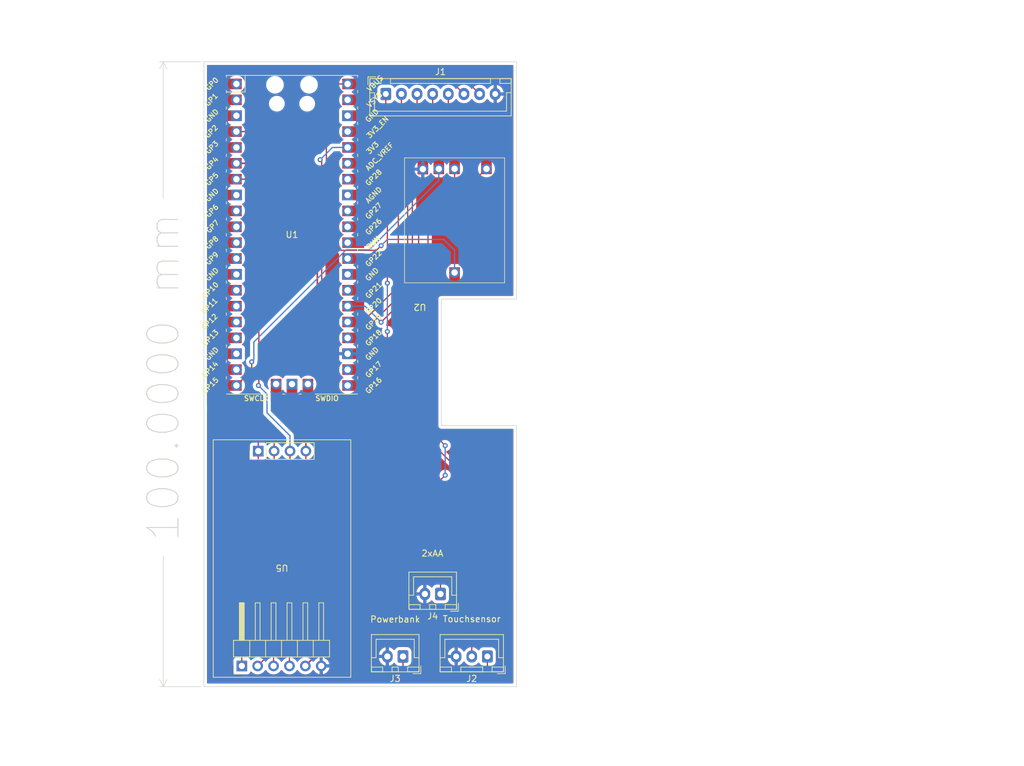
<source format=kicad_pcb>
(kicad_pcb (version 20211014) (generator pcbnew)
  (layers (0 "F.Cu" signal) (31 "B.Cu" signal) (34 "B.Paste" user) (35 "F.Paste" user) (36 "B.SilkS" user "B.Silkscreen") (37 "F.SilkS" user "F.Silkscreen") (38 "B.Mask" user) (39 "F.Mask" user) (44 "Edge.Cuts" user))
  (net 0 "")
  (net 7 "SQW")
  (net 9 "32K")
  (net 30 "+LOAD")
  (net 31 "+3V3")
  (net 32 "TFT_CS")
  (net 33 "TFT_RST")
  (net 34 "TFT_DC")
  (net 35 "GND")
  (net 36 "TFT_BL")
  (net 37 "I2C1_SCL")
  (net 38 "I2C1_SDA")
  (net 39 "TTP223_IN")
  (net 40 "SHUTDOWN")
  (net 41 "TFT_MOSI")
  (net 42 "TFT_SCLK")
  (net 43 "TFT_MISO")
  (net 44 "+5V")
  (net 45 "TRIGGER")
  (net 46 "+3V0")
  (footprint "Connector_JST:JST_XH_B2B-XH-A_1x02_P2.50mm_Vertical" (layer "F.Cu") (at 81.5 132.5 180)
    (fp_text reference "J3" (at 1.25 -3.55) (layer "F.SilkS"))
    (fp_text value "2P-JST-XH")
    (fp_line (start -2.55 -0.2) (end -1.8 -0.2) (layer "F.SilkS") (width 0.12))
    (fp_line (start 1.75 -1.7) (end 1.75 -2.45) (layer "F.SilkS") (width 0.12))
    (fp_line (start -1.6 -2.75) (end -2.85 -2.75) (layer "F.SilkS") (width 0.12))
    (fp_line (start -2.55 -2.45) (end -2.55 -1.7) (layer "F.SilkS") (width 0.12))
    (fp_line (start -2.56 -2.46) (end -2.56 3.51) (layer "F.SilkS") (width 0.12))
    (fp_line (start 4.3 -0.2) (end 4.3 2.75) (layer "F.SilkS") (width 0.12))
    (fp_line (start 5.05 -0.2) (end 4.3 -0.2) (layer "F.SilkS") (width 0.12))
    (fp_line (start 0.75 -2.45) (end 0.75 -1.7) (layer "F.SilkS") (width 0.12))
    (fp_line (start -1.8 -0.2) (end -1.8 2.75) (layer "F.SilkS") (width 0.12))
    (fp_line (start 5.06 -2.46) (end -2.56 -2.46) (layer "F.SilkS") (width 0.12))
    (fp_line (start 4.3 2.75) (end 1.25 2.75) (layer "F.SilkS") (width 0.12))
    (fp_line (start -2.55 -1.7) (end -0.75 -1.7) (layer "F.SilkS") (width 0.12))
    (fp_line (start -2.85 -2.75) (end -2.85 -1.5) (layer "F.SilkS") (width 0.12))
    (fp_line (start -0.75 -1.7) (end -0.75 -2.45) (layer "F.SilkS") (width 0.12))
    (fp_line (start 5.06 3.51) (end 5.06 -2.46) (layer "F.SilkS") (width 0.12))
    (fp_line (start 1.75 -2.45) (end 0.75 -2.45) (layer "F.SilkS") (width 0.12))
    (fp_line (start -2.56 3.51) (end 5.06 3.51) (layer "F.SilkS") (width 0.12))
    (fp_line (start 3.25 -1.7) (end 5.05 -1.7) (layer "F.SilkS") (width 0.12))
    (fp_line (start 0.75 -1.7) (end 1.75 -1.7) (layer "F.SilkS") (width 0.12))
    (fp_line (start 5.05 -1.7) (end 5.05 -2.45) (layer "F.SilkS") (width 0.12))
    (fp_line (start 5.05 -2.45) (end 3.25 -2.45) (layer "F.SilkS") (width 0.12))
    (fp_line (start 3.25 -2.45) (end 3.25 -1.7) (layer "F.SilkS") (width 0.12))
    (fp_line (start -0.75 -2.45) (end -2.55 -2.45) (layer "F.SilkS") (width 0.12))
    (fp_line (start -1.8 2.75) (end 1.25 2.75) (layer "F.SilkS") (width 0.12))
    (pad "1" thru_hole roundrect locked (at 0 0 180) (size 1.7 2) (drill 1) (layers *.Cu *.Mask) (roundrect_rratio 0.1470588235) (net 46 "+3V0"))
    (pad "2" thru_hole oval locked (at 2.5 0 180) (size 1.7 2) (drill 1) (layers *.Cu *.Mask) (net 35 "GND"))
  )
  (footprint "Connector_JST:JST_XH_B2B-XH-A_1x02_P2.50mm_Vertical" (layer "F.Cu") (at 87.5 122.5 180)
    (fp_text reference "J4" (at 1.25 -3.55) (layer "F.SilkS"))
    (fp_text value "2P-JST-XH")
    (fp_line (start -2.56 -2.46) (end -2.56 3.51) (layer "F.SilkS") (width 0.12))
    (fp_line (start 5.05 -1.7) (end 5.05 -2.45) (layer "F.SilkS") (width 0.12))
    (fp_line (start 5.06 -2.46) (end -2.56 -2.46) (layer "F.SilkS") (width 0.12))
    (fp_line (start 4.3 -0.2) (end 4.3 2.75) (layer "F.SilkS") (width 0.12))
    (fp_line (start 4.3 2.75) (end 1.25 2.75) (layer "F.SilkS") (width 0.12))
    (fp_line (start -0.75 -1.7) (end -0.75 -2.45) (layer "F.SilkS") (width 0.12))
    (fp_line (start -2.85 -2.75) (end -2.85 -1.5) (layer "F.SilkS") (width 0.12))
    (fp_line (start 0.75 -1.7) (end 1.75 -1.7) (layer "F.SilkS") (width 0.12))
    (fp_line (start 5.05 -0.2) (end 4.3 -0.2) (layer "F.SilkS") (width 0.12))
    (fp_line (start -1.6 -2.75) (end -2.85 -2.75) (layer "F.SilkS") (width 0.12))
    (fp_line (start 0.75 -2.45) (end 0.75 -1.7) (layer "F.SilkS") (width 0.12))
    (fp_line (start -1.8 -0.2) (end -1.8 2.75) (layer "F.SilkS") (width 0.12))
    (fp_line (start 5.05 -2.45) (end 3.25 -2.45) (layer "F.SilkS") (width 0.12))
    (fp_line (start 3.25 -1.7) (end 5.05 -1.7) (layer "F.SilkS") (width 0.12))
    (fp_line (start 5.06 3.51) (end 5.06 -2.46) (layer "F.SilkS") (width 0.12))
    (fp_line (start -2.56 3.51) (end 5.06 3.51) (layer "F.SilkS") (width 0.12))
    (fp_line (start -2.55 -1.7) (end -0.75 -1.7) (layer "F.SilkS") (width 0.12))
    (fp_line (start -1.8 2.75) (end 1.25 2.75) (layer "F.SilkS") (width 0.12))
    (fp_line (start -0.75 -2.45) (end -2.55 -2.45) (layer "F.SilkS") (width 0.12))
    (fp_line (start -2.55 -0.2) (end -1.8 -0.2) (layer "F.SilkS") (width 0.12))
    (fp_line (start 3.25 -2.45) (end 3.25 -1.7) (layer "F.SilkS") (width 0.12))
    (fp_line (start -2.55 -2.45) (end -2.55 -1.7) (layer "F.SilkS") (width 0.12))
    (fp_line (start 1.75 -1.7) (end 1.75 -2.45) (layer "F.SilkS") (width 0.12))
    (fp_line (start 1.75 -2.45) (end 0.75 -2.45) (layer "F.SilkS") (width 0.12))
    (pad "1" thru_hole roundrect locked (at 0 0 180) (size 1.7 2) (drill 1) (layers *.Cu *.Mask) (roundrect_rratio 0.1470588235) (net 44 "+5V"))
    (pad "2" thru_hole oval locked (at 2.5 0 180) (size 1.7 2) (drill 1) (layers *.Cu *.Mask) (net 35 "GND"))
  )
  (footprint "Connector_JST:JST_XH_B8B-XH-A_1x08_P2.50mm_Vertical" (layer "F.Cu") (at 78.75 42.475)
    (fp_text reference "J1" (at 8.75 -3.55) (layer "F.SilkS"))
    (fp_text value "8P-JST-XH ")
    (fp_line (start -2.55 -1.7) (end -0.75 -1.7) (layer "F.SilkS") (width 0.12))
    (fp_line (start -2.56 -2.46) (end -2.56 3.51) (layer "F.SilkS") (width 0.12))
    (fp_line (start 20.06 3.51) (end 20.06 -2.46) (layer "F.SilkS") (width 0.12))
    (fp_line (start -2.56 3.51) (end 20.06 3.51) (layer "F.SilkS") (width 0.12))
    (fp_line (start 18.25 -1.7) (end 20.05 -1.7) (layer "F.SilkS") (width 0.12))
    (fp_line (start 18.25 -2.45) (end 18.25 -1.7) (layer "F.SilkS") (width 0.12))
    (fp_line (start 20.05 -2.45) (end 18.25 -2.45) (layer "F.SilkS") (width 0.12))
    (fp_line (start 20.05 -1.7) (end 20.05 -2.45) (layer "F.SilkS") (width 0.12))
    (fp_line (start -0.75 -2.45) (end -2.55 -2.45) (layer "F.SilkS") (width 0.12))
    (fp_line (start -0.75 -1.7) (end -0.75 -2.45) (layer "F.SilkS") (width 0.12))
    (fp_line (start 16.75 -2.45) (end 0.75 -2.45) (layer "F.SilkS") (width 0.12))
    (fp_line (start -1.6 -2.75) (end -2.85 -2.75) (layer "F.SilkS") (width 0.12))
    (fp_line (start 16.75 -1.7) (end 16.75 -2.45) (layer "F.SilkS") (width 0.12))
    (fp_line (start 0.75 -1.7) (end 16.75 -1.7) (layer "F.SilkS") (width 0.12))
    (fp_line (start -2.55 -2.45) (end -2.55 -1.7) (layer "F.SilkS") (width 0.12))
    (fp_line (start 19.3 2.75) (end 8.75 2.75) (layer "F.SilkS") (width 0.12))
    (fp_line (start 20.05 -0.2) (end 19.3 -0.2) (layer "F.SilkS") (width 0.12))
    (fp_line (start 0.75 -2.45) (end 0.75 -1.7) (layer "F.SilkS") (width 0.12))
    (fp_line (start -1.8 2.75) (end 8.75 2.75) (layer "F.SilkS") (width 0.12))
    (fp_line (start -2.55 -0.2) (end -1.8 -0.2) (layer "F.SilkS") (width 0.12))
    (fp_line (start 19.3 -0.2) (end 19.3 2.75) (layer "F.SilkS") (width 0.12))
    (fp_line (start -1.8 -0.2) (end -1.8 2.75) (layer "F.SilkS") (width 0.12))
    (fp_line (start 20.06 -2.46) (end -2.56 -2.46) (layer "F.SilkS") (width 0.12))
    (fp_line (start -2.85 -2.75) (end -2.85 -1.5) (layer "F.SilkS") (width 0.12))
    (pad "1" thru_hole roundrect locked (at 0 0) (size 1.7 1.95) (drill 0.95) (layers *.Cu *.Mask) (roundrect_rratio 0.1470588235) (net 31 "+3V3"))
    (pad "2" thru_hole oval locked (at 2.5 0) (size 1.7 1.95) (drill 0.95) (layers *.Cu *.Mask) (net 36 "TFT_BL"))
    (pad "3" thru_hole oval locked (at 5 0) (size 1.7 1.95) (drill 0.95) (layers *.Cu *.Mask) (net 33 "TFT_RST"))
    (pad "4" thru_hole oval locked (at 7.5 0) (size 1.7 1.95) (drill 0.95) (layers *.Cu *.Mask) (net 34 "TFT_DC"))
    (pad "5" thru_hole oval locked (at 10 0) (size 1.7 1.95) (drill 0.95) (layers *.Cu *.Mask) (net 32 "TFT_CS"))
    (pad "6" thru_hole oval locked (at 12.5 0) (size 1.7 1.95) (drill 0.95) (layers *.Cu *.Mask) (net 42 "TFT_SCLK"))
    (pad "7" thru_hole oval locked (at 15 0) (size 1.7 1.95) (drill 0.95) (layers *.Cu *.Mask) (net 41 "TFT_MOSI"))
    (pad "8" thru_hole oval locked (at 17.5 0) (size 1.7 1.95) (drill 0.95) (layers *.Cu *.Mask) (net 35 "GND"))
  )
  (footprint "KiCad-RP-Pico:RPi_Pico_SMD_TH" (layer "F.Cu") (at 63.75 65)
    (fp_text reference "U1" (at 0 0) (layer "F.SilkS"))
    (fp_text value "Pico")
    (fp_text user "GP4" (at -12.8 -11.43 45) (layer "F.SilkS") (effects (font (size 0.8 0.8))))
    (fp_text user "GP15" (at -13.054 24.13 45) (layer "F.SilkS") (effects (font (size 0.8 0.8))))
    (fp_text user "GP8" (at -12.8 1.27 45) (layer "F.SilkS") (effects (font (size 0.8 0.8))))
    (fp_text user "AGND" (at 13.054 -6.35 45) (layer "F.SilkS") (effects (font (size 0.8 0.8))))
    (fp_text user "RUN" (at 13 1.27 45) (layer "F.SilkS") (effects (font (size 0.8 0.8))))
    (fp_text user "GP5" (at -12.8 -8.89 45) (layer "F.SilkS") (effects (font (size 0.8 0.8))))
    (fp_text user "GND" (at 12.8 6.35 45) (layer "F.SilkS") (effects (font (size 0.8 0.8))))
    (fp_text user "GP20" (at 13.054 11.43 45) (layer "F.SilkS") (effects (font (size 0.8 0.8))))
    (fp_text user "GP18" (at 13.054 16.51 45) (layer "F.SilkS") (effects (font (size 0.8 0.8))))
    (fp_text user "GP27" (at 13.054 -3.8 45) (layer "F.SilkS") (effects (font (size 0.8 0.8))))
    (fp_text user "GP26" (at 13.054 -1.27 45) (layer "F.SilkS") (effects (font (size 0.8 0.8))))
    (fp_text user "GP7" (at -12.7 -1.3 45) (layer "F.SilkS") (effects (font (size 0.8 0.8))))
    (fp_text user "GP1" (at -12.9 -21.6 45) (layer "F.SilkS") (effects (font (size 0.8 0.8))))
    (fp_text user "GND" (at -12.8 -19.05 45) (layer "F.SilkS") (effects (font (size 0.8 0.8))))
    (fp_text user "GP0" (at -12.8 -24.13 45) (layer "F.SilkS") (effects (font (size 0.8 0.8))))
    (fp_text user "GP3" (at -12.8 -13.97 45) (layer "F.SilkS") (effects (font (size 0.8 0.8))))
    (fp_text user "GP12" (at -13.2 13.97 45) (layer "F.SilkS") (effects (font (size 0.8 0.8))))
    (fp_text user "VBUS" (at 13.3 -24.2 45) (layer "F.SilkS") (effects (font (size 0.8 0.8))))
    (fp_text user "3V3_EN" (at 13.7 -17.2 45) (layer "F.SilkS") (effects (font (size 0.8 0.8))))
    (fp_text user "GND" (at -12.8 6.35 45) (layer "F.SilkS") (effects (font (size 0.8 0.8))))
    (fp_text user "GP17" (at 13.054 21.59 45) (layer "F.SilkS") (effects (font (size 0.8 0.8))))
    (fp_text user "GP21" (at 13.054 8.9 45) (layer "F.SilkS") (effects (font (size 0.8 0.8))))
    (fp_text user "GP6" (at -12.8 -3.81 45) (layer "F.SilkS") (effects (font (size 0.8 0.8))))
    (fp_text user "GP9" (at -12.8 3.81 45) (layer "F.SilkS") (effects (font (size 0.8 0.8))))
    (fp_text user "GND" (at -12.8 19.05 45) (layer "F.SilkS") (effects (font (size 0.8 0.8))))
    (fp_text user "GND" (at -12.8 -6.35 45) (layer "F.SilkS") (effects (font (size 0.8 0.8))))
    (fp_text user "ADC_VREF" (at 14 -12.5 45) (layer "F.SilkS") (effects (font (size 0.8 0.8))))
    (fp_text user "GP11" (at -13.2 11.43 45) (layer "F.SilkS") (effects (font (size 0.8 0.8))))
    (fp_text user "SWDIO" (at 5.6 26.2) (layer "F.SilkS") (effects (font (size 0.8 0.8))))
    (fp_text user "GP16" (at 13.054 24.13 45) (layer "F.SilkS") (effects (font (size 0.8 0.8))))
    (fp_text user "3V3" (at 12.9 -13.9 45) (layer "F.SilkS") (effects (font (size 0.8 0.8))))
    (fp_text user "GP28" (at 13.054 -9.144 45) (layer "F.SilkS") (effects (font (size 0.8 0.8))))
    (fp_text user "GP2" (at -12.9 -16.51 45) (layer "F.SilkS") (effects (font (size 0.8 0.8))))
    (fp_text user "SWCLK" (at -5.7 26.2) (layer "F.SilkS") (effects (font (size 0.8 0.8))))
    (fp_text user "GND" (at 12.8 -19.05 45) (layer "F.SilkS") (effects (font (size 0.8 0.8))))
    (fp_text user "GP10" (at -13.054 8.89 45) (layer "F.SilkS") (effects (font (size 0.8 0.8))))
    (fp_text user "GP13" (at -13.054 16.51 45) (layer "F.SilkS") (effects (font (size 0.8 0.8))))
    (fp_text user "GND" (at 12.8 19.05 45) (layer "F.SilkS") (effects (font (size 0.8 0.8))))
    (fp_text user "VSYS" (at 13.2 -21.59 45) (layer "F.SilkS") (effects (font (size 0.8 0.8))))
    (fp_text user "GP14" (at -13.1 21.59 45) (layer "F.SilkS") (effects (font (size 0.8 0.8))))
    (fp_text user "GP19" (at 13.054 13.97 45) (layer "F.SilkS") (effects (font (size 0.8 0.8))))
    (fp_text user "GP22" (at 13.054 3.81 45) (layer "F.SilkS") (effects (font (size 0.8 0.8))))
    (fp_line (start -10.5 -22.833) (end -7.493 -22.833) (layer "F.SilkS") (width 0.12))
    (fp_line (start -10.5 -7.8) (end -10.5 -7.4) (layer "F.SilkS") (width 0.12))
    (fp_line (start -3.7 25.5) (end -10.5 25.5) (layer "F.SilkS") (width 0.12))
    (fp_line (start -10.5 -5.3) (end -10.5 -4.9) (layer "F.SilkS") (width 0.12))
    (fp_line (start -10.5 -18) (end -10.5 -17.6) (layer "F.SilkS") (width 0.12))
    (fp_line (start 10.5 12.5) (end 10.5 12.9) (layer "F.SilkS") (width 0.12))
    (fp_line (start -10.5 10) (end -10.5 10.4) (layer "F.SilkS") (width 0.12))
    (fp_line (start -10.5 -2.7) (end -10.5 -2.3) (layer "F.SilkS") (width 0.12))
    (fp_line (start 10.5 -7.8) (end 10.5 -7.4) (layer "F.SilkS") (width 0.12))
    (fp_line (start 10.5 -20.5) (end 10.5 -20.1) (layer "F.SilkS") (width 0.12))
    (fp_line (start -7.493 -22.833) (end -7.493 -25.5) (layer "F.SilkS") (width 0.12))
    (fp_line (start -10.5 -0.2) (end -10.5 0.2) (layer "F.SilkS") (width 0.12))
    (fp_line (start 10.5 22.7) (end 10.5 23.1) (layer "F.SilkS") (width 0.12))
    (fp_line (start -10.5 7.4) (end -10.5 7.8) (layer "F.SilkS") (width 0.12))
    (fp_line (start 10.5 2.3) (end 10.5 2.7) (layer "F.SilkS") (width 0.12))
    (fp_line (start 10.5 20.1) (end 10.5 20.5) (layer "F.SilkS") (width 0.12))
    (fp_line (start 10.5 -23.1) (end 10.5 -22.7) (layer "F.SilkS") (width 0.12))
    (fp_line (start 10.5 25.5) (end 3.7 25.5) (layer "F.SilkS") (width 0.12))
    (fp_line (start -10.5 17.6) (end -10.5 18) (layer "F.SilkS") (width 0.12))
    (fp_line (start 10.5 17.6) (end 10.5 18) (layer "F.SilkS") (width 0.12))
    (fp_line (start 10.5 -25.5) (end 10.5 -25.2) (layer "F.SilkS") (width 0.12))
    (fp_line (start 10.5 -2.7) (end 10.5 -2.3) (layer "F.SilkS") (width 0.12))
    (fp_line (start 10.5 -15.4) (end 10.5 -15) (layer "F.SilkS") (width 0.12))
    (fp_line (start 10.5 -12.9) (end 10.5 -12.5) (layer "F.SilkS") (width 0.12))
    (fp_line (start 10.5 -18) (end 10.5 -17.6) (layer "F.SilkS") (width 0.12))
    (fp_line (start 10.5 4.9) (end 10.5 5.3) (layer "F.SilkS") (width 0.12))
    (fp_line (start -10.5 -25.5) (end -10.5 -25.2) (layer "F.SilkS") (width 0.12))
    (fp_line (start -10.5 20.1) (end -10.5 20.5) (layer "F.SilkS") (width 0.12))
    (fp_line (start 1.1 25.5) (end 1.5 25.5) (layer "F.SilkS") (width 0.12))
    (fp_line (start 10.5 10) (end 10.5 10.4) (layer "F.SilkS") (width 0.12))
    (fp_line (start -10.5 -25.5) (end 10.5 -25.5) (layer "F.SilkS") (width 0.12))
    (fp_line (start -10.5 12.5) (end -10.5 12.9) (layer "F.SilkS") (width 0.12))
    (fp_line (start -10.5 -20.5) (end -10.5 -20.1) (layer "F.SilkS") (width 0.12))
    (fp_line (start -10.5 -23.1) (end -10.5 -22.7) (layer "F.SilkS") (width 0.12))
    (fp_line (start 10.5 -0.2) (end 10.5 0.2) (layer "F.SilkS") (width 0.12))
    (fp_line (start -10.5 15.1) (end -10.5 15.5) (layer "F.SilkS") (width 0.12))
    (fp_line (start 10.5 15.1) (end 10.5 15.5) (layer "F.SilkS") (width 0.12))
    (fp_line (start -10.5 -10.4) (end -10.5 -10) (layer "F.SilkS") (width 0.12))
    (fp_line (start 10.5 -5.3) (end 10.5 -4.9) (layer "F.SilkS") (width 0.12))
    (fp_line (start 10.5 -10.4) (end 10.5 -10) (layer "F.SilkS") (width 0.12))
    (fp_line (start -10.5 -15.4) (end -10.5 -15) (layer "F.SilkS") (width 0.12))
    (fp_line (start 10.5 7.4) (end 10.5 7.8) (layer "F.SilkS") (width 0.12))
    (fp_line (start -10.5 4.9) (end -10.5 5.3) (layer "F.SilkS") (width 0.12))
    (fp_line (start -10.5 2.3) (end -10.5 2.7) (layer "F.SilkS") (width 0.12))
    (fp_line (start -10.5 -12.9) (end -10.5 -12.5) (layer "F.SilkS") (width 0.12))
    (fp_line (start -1.5 25.5) (end -1.1 25.5) (layer "F.SilkS") (width 0.12))
    (fp_line (start -10.5 22.7) (end -10.5 23.1) (layer "F.SilkS") (width 0.12))
    (pad "" np_thru_hole oval (at -2.425 -20.97) (size 1.5 1.5) (drill 1.5) (layers *.Cu *.Mask))
    (pad "" np_thru_hole oval (at 2.725 -24) (size 1.8 1.8) (drill 1.8) (layers *.Cu *.Mask))
    (pad "" np_thru_hole oval (at 2.425 -20.97) (size 1.5 1.5) (drill 1.5) (layers *.Cu *.Mask))
    (pad "" np_thru_hole oval (at -2.725 -24) (size 1.8 1.8) (drill 1.8) (layers *.Cu *.Mask))
    (pad "1" thru_hole oval (at -8.89 -24.13) (size 1.7 1.7) (drill 1.02) (layers *.Cu *.Mask) (net 43 "TFT_MISO"))
    (pad "1" smd rect (at -8.89 -24.13) (size 3.5 1.7) (drill (offset -0.9 0)) (layers "F.Cu" "F.Mask") (net 43 "TFT_MISO"))
    (pad "2" smd rect (at -8.89 -21.59) (size 3.5 1.7) (drill (offset -0.9 0)) (layers "F.Cu" "F.Mask"))
    (pad "2" thru_hole oval (at -8.89 -21.59) (size 1.7 1.7) (drill 1.02) (layers *.Cu *.Mask))
    (pad "3" smd rect (at -8.89 -19.05) (size 3.5 1.7) (drill (offset -0.9 0)) (layers "F.Cu" "F.Mask"))
    (pad "3" thru_hole rect (at -8.89 -19.05) (size 1.7 1.7) (drill 1.02) (layers *.Cu *.Mask))
    (pad "4" smd rect (at -8.89 -16.51) (size 3.5 1.7) (drill (offset -0.9 0)) (layers "F.Cu" "F.Mask") (net 42 "TFT_SCLK"))
    (pad "4" thru_hole oval (at -8.89 -16.51) (size 1.7 1.7) (drill 1.02) (layers *.Cu *.Mask) (net 42 "TFT_SCLK"))
    (pad "5" smd rect (at -8.89 -13.97) (size 3.5 1.7) (drill (offset -0.9 0)) (layers "F.Cu" "F.Mask") (net 41 "TFT_MOSI"))
    (pad "5" thru_hole oval (at -8.89 -13.97) (size 1.7 1.7) (drill 1.02) (layers *.Cu *.Mask) (net 41 "TFT_MOSI"))
    (pad "6" thru_hole oval (at -8.89 -11.43) (size 1.7 1.7) (drill 1.02) (layers *.Cu *.Mask) (net 38 "I2C1_SDA"))
    (pad "6" smd rect (at -8.89 -11.43) (size 3.5 1.7) (drill (offset -0.9 0)) (layers "F.Cu" "F.Mask") (net 38 "I2C1_SDA"))
    (pad "7" smd rect (at -8.89 -8.89) (size 3.5 1.7) (drill (offset -0.9 0)) (layers "F.Cu" "F.Mask") (net 37 "I2C1_SCL"))
    (pad "7" thru_hole oval (at -8.89 -8.89) (size 1.7 1.7) (drill 1.02) (layers *.Cu *.Mask) (net 37 "I2C1_SCL"))
    (pad "8" smd rect (at -8.89 -6.35) (size 3.5 1.7) (drill (offset -0.9 0)) (layers "F.Cu" "F.Mask"))
    (pad "8" thru_hole rect (at -8.89 -6.35) (size 1.7 1.7) (drill 1.02) (layers *.Cu *.Mask))
    (pad "9" smd rect (at -8.89 -3.81) (size 3.5 1.7) (drill (offset -0.9 0)) (layers "F.Cu" "F.Mask") (net 39 "TTP223_IN"))
    (pad "9" thru_hole oval (at -8.89 -3.81) (size 1.7 1.7) (drill 1.02) (layers *.Cu *.Mask) (net 39 "TTP223_IN"))
    (pad "10" smd rect (at -8.89 -1.27) (size 3.5 1.7) (drill (offset -0.9 0)) (layers "F.Cu" "F.Mask"))
    (pad "10" thru_hole oval (at -8.89 -1.27) (size 1.7 1.7) (drill 1.02) (layers *.Cu *.Mask))
    (pad "11" smd rect (at -8.89 1.27) (size 3.5 1.7) (drill (offset -0.9 0)) (layers "F.Cu" "F.Mask"))
    (pad "11" thru_hole oval (at -8.89 1.27) (size 1.7 1.7) (drill 1.02) (layers *.Cu *.Mask))
    (pad "12" thru_hole oval (at -8.89 3.81) (size 1.7 1.7) (drill 1.02) (layers *.Cu *.Mask) (net 9 "32K"))
    (pad "12" smd rect (at -8.89 3.81) (size 3.5 1.7) (drill (offset -0.9 0)) (layers "F.Cu" "F.Mask") (net 9 "32K"))
    (pad "13" thru_hole rect (at -8.89 6.35) (size 1.7 1.7) (drill 1.02) (layers *.Cu *.Mask))
    (pad "13" smd rect (at -8.89 6.35) (size 3.5 1.7) (drill (offset -0.9 0)) (layers "F.Cu" "F.Mask"))
    (pad "14" thru_hole oval (at -8.89 8.89) (size 1.7 1.7) (drill 1.02) (layers *.Cu *.Mask) (net 7 "SQW"))
    (pad "14" smd rect (at -8.89 8.89) (size 3.5 1.7) (drill (offset -0.9 0)) (layers "F.Cu" "F.Mask") (net 7 "SQW"))
    (pad "15" thru_hole oval (at -8.89 11.43) (size 1.7 1.7) (drill 1.02) (layers *.Cu *.Mask))
    (pad "15" smd rect (at -8.89 11.43) (size 3.5 1.7) (drill (offset -0.9 0)) (layers "F.Cu" "F.Mask"))
    (pad "16" smd rect (at -8.89 13.97) (size 3.5 1.7) (drill (offset -0.9 0)) (layers "F.Cu" "F.Mask"))
    (pad "16" thru_hole oval (at -8.89 13.97) (size 1.7 1.7) (drill 1.02) (layers *.Cu *.Mask))
    (pad "17" smd rect (at -8.89 16.51) (size 3.5 1.7) (drill (offset -0.9 0)) (layers "F.Cu" "F.Mask"))
    (pad "17" thru_hole oval (at -8.89 16.51) (size 1.7 1.7) (drill 1.02) (layers *.Cu *.Mask))
    (pad "18" thru_hole rect (at -8.89 19.05) (size 1.7 1.7) (drill 1.02) (layers *.Cu *.Mask))
    (pad "18" smd rect (at -8.89 19.05) (size 3.5 1.7) (drill (offset -0.9 0)) (layers "F.Cu" "F.Mask"))
    (pad "19" smd rect (at -8.89 21.59) (size 3.5 1.7) (drill (offset -0.9 0)) (layers "F.Cu" "F.Mask"))
    (pad "19" thru_hole oval (at -8.89 21.59) (size 1.7 1.7) (drill 1.02) (layers *.Cu *.Mask))
    (pad "20" thru_hole oval (at -8.89 24.13) (size 1.7 1.7) (drill 1.02) (layers *.Cu *.Mask) (net 40 "SHUTDOWN"))
    (pad "20" smd rect (at -8.89 24.13) (size 3.5 1.7) (drill (offset -0.9 0)) (layers "F.Cu" "F.Mask") (net 40 "SHUTDOWN"))
    (pad "21" smd rect (at 8.89 24.13) (size 3.5 1.7) (drill (offset 0.9 0)) (layers "F.Cu" "F.Mask"))
    (pad "21" thru_hole oval (at 8.89 24.13) (size 1.7 1.7) (drill 1.02) (layers *.Cu *.Mask))
    (pad "22" smd rect (at 8.89 21.59) (size 3.5 1.7) (drill (offset 0.9 0)) (layers "F.Cu" "F.Mask") (net 36 "TFT_BL"))
    (pad "22" thru_hole oval (at 8.89 21.59) (size 1.7 1.7) (drill 1.02) (layers *.Cu *.Mask) (net 36 "TFT_BL"))
    (pad "23" thru_hole rect (at 8.89 19.05) (size 1.7 1.7) (drill 1.02) (layers *.Cu *.Mask) (net 35 "GND"))
    (pad "23" smd rect (at 8.89 19.05) (size 3.5 1.7) (drill (offset 0.9 0)) (layers "F.Cu" "F.Mask") (net 35 "GND"))
    (pad "24" thru_hole oval (at 8.89 16.51) (size 1.7 1.7) (drill 1.02) (layers *.Cu *.Mask) (net 34 "TFT_DC"))
    (pad "24" smd rect (at 8.89 16.51) (size 3.5 1.7) (drill (offset 0.9 0)) (layers "F.Cu" "F.Mask") (net 34 "TFT_DC"))
    (pad "25" smd rect (at 8.89 13.97) (size 3.5 1.7) (drill (offset 0.9 0)) (layers "F.Cu" "F.Mask") (net 33 "TFT_RST"))
    (pad "25" thru_hole oval (at 8.89 13.97) (size 1.7 1.7) (drill 1.02) (layers *.Cu *.Mask) (net 33 "TFT_RST"))
    (pad "26" thru_hole oval (at 8.89 11.43) (size 1.7 1.7) (drill 1.02) (layers *.Cu *.Mask) (net 32 "TFT_CS"))
    (pad "26" smd rect (at 8.89 11.43) (size 3.5 1.7) (drill (offset 0.9 0)) (layers "F.Cu" "F.Mask") (net 32 "TFT_CS"))
    (pad "27" smd rect (at 8.89 8.89) (size 3.5 1.7) (drill (offset 0.9 0)) (layers "F.Cu" "F.Mask"))
    (pad "27" thru_hole oval (at 8.89 8.89) (size 1.7 1.7) (drill 1.02) (layers *.Cu *.Mask))
    (pad "28" smd rect (at 8.89 6.35) (size 3.5 1.7) (drill (offset 0.9 0)) (layers "F.Cu" "F.Mask"))
    (pad "28" thru_hole rect (at 8.89 6.35) (size 1.7 1.7) (drill 1.02) (layers *.Cu *.Mask))
    (pad "29" thru_hole oval (at 8.89 3.81) (size 1.7 1.7) (drill 1.02) (layers *.Cu *.Mask))
    (pad "29" smd rect (at 8.89 3.81) (size 3.5 1.7) (drill (offset 0.9 0)) (layers "F.Cu" "F.Mask"))
    (pad "30" smd rect (at 8.89 1.27) (size 3.5 1.7) (drill (offset 0.9 0)) (layers "F.Cu" "F.Mask"))
    (pad "30" thru_hole oval (at 8.89 1.27) (size 1.7 1.7) (drill 1.02) (layers *.Cu *.Mask))
    (pad "31" smd rect (at 8.89 -1.27) (size 3.5 1.7) (drill (offset 0.9 0)) (layers "F.Cu" "F.Mask"))
    (pad "31" thru_hole oval (at 8.89 -1.27) (size 1.7 1.7) (drill 1.02) (layers *.Cu *.Mask))
    (pad "32" thru_hole oval (at 8.89 -3.81) (size 1.7 1.7) (drill 1.02) (layers *.Cu *.Mask))
    (pad "32" smd rect (at 8.89 -3.81) (size 3.5 1.7) (drill (offset 0.9 0)) (layers "F.Cu" "F.Mask"))
    (pad "33" thru_hole rect (at 8.89 -6.35) (size 1.7 1.7) (drill 1.02) (layers *.Cu *.Mask))
    (pad "33" smd rect (at 8.89 -6.35) (size 3.5 1.7) (drill (offset 0.9 0)) (layers "F.Cu" "F.Mask"))
    (pad "34" smd rect (at 8.89 -8.89) (size 3.5 1.7) (drill (offset 0.9 0)) (layers "F.Cu" "F.Mask"))
    (pad "34" thru_hole oval (at 8.89 -8.89) (size 1.7 1.7) (drill 1.02) (layers *.Cu *.Mask))
    (pad "35" thru_hole oval (at 8.89 -11.43) (size 1.7 1.7) (drill 1.02) (layers *.Cu *.Mask))
    (pad "35" smd rect (at 8.89 -11.43) (size 3.5 1.7) (drill (offset 0.9 0)) (layers "F.Cu" "F.Mask"))
    (pad "36" smd rect (at 8.89 -13.97) (size 3.5 1.7) (drill (offset 0.9 0)) (layers "F.Cu" "F.Mask") (net 31 "+3V3"))
    (pad "36" thru_hole oval (at 8.89 -13.97) (size 1.7 1.7) (drill 1.02) (layers *.Cu *.Mask) (net 31 "+3V3"))
    (pad "37" thru_hole oval (at 8.89 -16.51) (size 1.7 1.7) (drill 1.02) (layers *.Cu *.Mask))
    (pad "37" smd rect (at 8.89 -16.51) (size 3.5 1.7) (drill (offset 0.9 0)) (layers "F.Cu" "F.Mask"))
    (pad "38" thru_hole rect (at 8.89 -19.05) (size 1.7 1.7) (drill 1.02) (layers *.Cu *.Mask))
    (pad "38" smd rect (at 8.89 -19.05) (size 3.5 1.7) (drill (offset 0.9 0)) (layers "F.Cu" "F.Mask"))
    (pad "39" smd rect (at 8.89 -21.59) (size 3.5 1.7) (drill (offset 0.9 0)) (layers "F.Cu" "F.Mask"))
    (pad "39" thru_hole oval (at 8.89 -21.59) (size 1.7 1.7) (drill 1.02) (layers *.Cu *.Mask))
    (pad "40" smd rect (at 8.89 -24.13) (size 3.5 1.7) (drill (offset 0.9 0)) (layers "F.Cu" "F.Mask") (net 30 "+LOAD"))
    (pad "40" thru_hole oval (at 8.89 -24.13) (size 1.7 1.7) (drill 1.02) (layers *.Cu *.Mask) (net 30 "+LOAD"))
    (pad "41" smd rect (at -2.54 23.9 90) (size 3.5 1.7) (drill (offset -0.9 0)) (layers "F.Cu" "F.Mask"))
    (pad "41" thru_hole oval (at -2.54 23.9) (size 1.7 1.7) (drill 1.02) (layers *.Cu *.Mask))
    (pad "42" thru_hole rect (at 0 23.9) (size 1.7 1.7) (drill 1.02) (layers *.Cu *.Mask))
    (pad "42" smd rect (at 0 23.9 90) (size 3.5 1.7) (drill (offset -0.9 0)) (layers "F.Cu" "F.Mask"))
    (pad "43" thru_hole oval (at 2.54 23.9) (size 1.7 1.7) (drill 1.02) (layers *.Cu *.Mask))
    (pad "43" smd rect (at 2.54 23.9 90) (size 3.5 1.7) (drill (offset -0.9 0)) (layers "F.Cu" "F.Mask"))
  )
  (footprint "FE-PCB-Main:Latch" (layer "F.Cu") (at 90.212 61.592 -90)
    (fp_text reference "U2" (at 15 6 -180 unlocked) (layer "F.SilkS"))
    (fp_text value "Latch")
    (fp_line (start -8.89 -7.538) (end -8.89 8.462) (layer "F.SilkS") (width 0.1))
    (fp_line (start 11.11 -7.538) (end -8.89 -7.538) (layer "F.SilkS") (width 0.1))
    (fp_line (start 11.11 8.462) (end 11.11 -7.538) (layer "F.SilkS") (width 0.1))
    (fp_line (start -8.89 8.462) (end 11.11 8.462) (layer "F.SilkS") (width 0.1))
    (pad "1" thru_hole oval (at -7.14 -4.638 270) (size 1.7 1.7) (drill 1.02) (layers *.Cu *.Mask) (net 44 "+5V"))
    (pad "1" smd rect (at -7.14 -4.638 270) (size 3.5 1.7) (drill (offset -0.9 0)) (layers "F.Cu" "F.Mask") (net 44 "+5V"))
    (pad "2" thru_hole oval (at -7.14 0.462 270) (size 1.7 1.7) (drill 1.02) (layers *.Cu *.Mask) (net 45 "TRIGGER"))
    (pad "2" smd rect (at -7.14 0.462 270) (size 3.5 1.7) (drill (offset -0.9 0)) (layers "F.Cu" "F.Mask") (net 45 "TRIGGER"))
    (pad "3" smd rect (at -7.13 2.982 270) (size 3.5 1.7) (drill (offset -0.9 0)) (layers "F.Cu" "F.Mask") (net 40 "SHUTDOWN"))
    (pad "3" thru_hole oval (at -7.13 2.982 270) (size 1.7 1.7) (drill 1.02) (layers *.Cu *.Mask) (net 40 "SHUTDOWN"))
    (pad "4" smd rect (at -7.09 5.532 270) (size 3.5 1.7) (drill (offset -0.9 0)) (layers "F.Cu" "F.Mask") (net 35 "GND"))
    (pad "4" thru_hole oval (at -7.09 5.532 270) (size 1.7 1.7) (drill 1.02) (layers *.Cu *.Mask) (net 35 "GND"))
    (pad "5" thru_hole oval (at 9.456 0.462 90) (size 1.7 1.7) (drill 1.02) (layers *.Cu *.Mask) (net 30 "+LOAD"))
    (pad "5" smd rect (at 9.456 0.462 90) (size 3.5 1.7) (drill (offset -0.9 0)) (layers "F.Cu" "F.Mask") (net 30 "+LOAD"))
  )
  (footprint "Connector_JST:JST_XH_B3B-XH-A_1x03_P2.50mm_Vertical" (layer "F.Cu") (at 95 132.5 180)
    (fp_text reference "J2" (at 2.5 -3.55) (layer "F.SilkS"))
    (fp_text value "3P-JST-XH")
    (fp_line (start 0.75 -1.7) (end 4.25 -1.7) (layer "F.SilkS") (width 0.12))
    (fp_line (start 5.75 -1.7) (end 7.55 -1.7) (layer "F.SilkS") (width 0.12))
    (fp_line (start 0.75 -2.45) (end 0.75 -1.7) (layer "F.SilkS") (width 0.12))
    (fp_line (start 5.75 -2.45) (end 5.75 -1.7) (layer "F.SilkS") (width 0.12))
    (fp_line (start 7.55 -2.45) (end 5.75 -2.45) (layer "F.SilkS") (width 0.12))
    (fp_line (start 7.55 -0.2) (end 6.8 -0.2) (layer "F.SilkS") (width 0.12))
    (fp_line (start -2.55 -2.45) (end -2.55 -1.7) (layer "F.SilkS") (width 0.12))
    (fp_line (start 6.8 -0.2) (end 6.8 2.75) (layer "F.SilkS") (width 0.12))
    (fp_line (start -2.85 -2.75) (end -2.85 -1.5) (layer "F.SilkS") (width 0.12))
    (fp_line (start 7.56 -2.46) (end -2.56 -2.46) (layer "F.SilkS") (width 0.12))
    (fp_line (start 4.25 -2.45) (end 0.75 -2.45) (layer "F.SilkS") (width 0.12))
    (fp_line (start -2.55 -1.7) (end -0.75 -1.7) (layer "F.SilkS") (width 0.12))
    (fp_line (start 6.8 2.75) (end 2.5 2.75) (layer "F.SilkS") (width 0.12))
    (fp_line (start 7.56 3.51) (end 7.56 -2.46) (layer "F.SilkS") (width 0.12))
    (fp_line (start -1.8 -0.2) (end -1.8 2.75) (layer "F.SilkS") (width 0.12))
    (fp_line (start -2.56 -2.46) (end -2.56 3.51) (layer "F.SilkS") (width 0.12))
    (fp_line (start -0.75 -2.45) (end -2.55 -2.45) (layer "F.SilkS") (width 0.12))
    (fp_line (start -1.8 2.75) (end 2.5 2.75) (layer "F.SilkS") (width 0.12))
    (fp_line (start -2.55 -0.2) (end -1.8 -0.2) (layer "F.SilkS") (width 0.12))
    (fp_line (start -0.75 -1.7) (end -0.75 -2.45) (layer "F.SilkS") (width 0.12))
    (fp_line (start -1.6 -2.75) (end -2.85 -2.75) (layer "F.SilkS") (width 0.12))
    (fp_line (start 7.55 -1.7) (end 7.55 -2.45) (layer "F.SilkS") (width 0.12))
    (fp_line (start 4.25 -1.7) (end 4.25 -2.45) (layer "F.SilkS") (width 0.12))
    (fp_line (start -2.56 3.51) (end 7.56 3.51) (layer "F.SilkS") (width 0.12))
    (pad "1" thru_hole roundrect locked (at 0 0 180) (size 1.7 1.95) (drill 0.95) (layers *.Cu *.Mask) (roundrect_rratio 0.1470588235) (net 46 "+3V0"))
    (pad "2" thru_hole oval locked (at 2.5 0 180) (size 1.7 1.95) (drill 0.95) (layers *.Cu *.Mask) (net 45 "TRIGGER"))
    (pad "3" thru_hole oval locked (at 5 0 180) (size 1.7 1.95) (drill 0.95) (layers *.Cu *.Mask) (net 35 "GND"))
  )
  (footprint "FE-PCB-Main:DS3231_PCB" (layer "F.Cu") (at 62.15 116.825 90)
    (fp_text reference "U5" (at -1.5 0 180 unlocked) (layer "F.SilkS"))
    (fp_text value "DS3231_PCB")
    (fp_line (start -7.09 -4.27) (end -7.09 -3.51) (layer "F.SilkS") (width 0.12))
    (fp_line (start -7.09 -0.97) (end -13.09 -0.97) (layer "F.SilkS") (width 0.12))
    (fp_line (start -13.09 -6.15) (end -7.09 -6.15) (layer "F.SilkS") (width 0.12))
    (fp_line (start -7.09 -3.51) (end -13.09 -3.51) (layer "F.SilkS") (width 0.12))
    (fp_line (start -7.09 0.81) (end -7.09 1.57) (layer "F.SilkS") (width 0.12))
    (fp_line (start -13.09 7.6) (end -13.09 -7.76) (layer "F.SilkS") (width 0.12))
    (fp_line (start -13.09 -6.27) (end -7.09 -6.27) (layer "F.SilkS") (width 0.12))
    (fp_line (start -15.75 7.6) (end -13.09 7.6) (layer "F.SilkS") (width 0.12))
    (fp_line (start -7.09 6.65) (end -13.09 6.65) (layer "F.SilkS") (width 0.12))
    (fp_line (start -15.75 -5.16) (end -13.09 -5.16) (layer "F.SilkS") (width 0.12))
    (fp_line (start 19 -11) (end 19 11) (layer "F.SilkS") (width 0.12))
    (fp_line (start 15.87 -2.53) (end 15.87 5.15) (layer "F.SilkS") (width 0.12))
    (fp_line (start -18.46 -6.43) (end -18.46 -7.7) (layer "F.SilkS") (width 0.12))
    (fp_line (start -7.09 4.11) (end -13.09 4.11) (layer "F.SilkS") (width 0.12))
    (fp_line (start -13.09 -6.51) (end -7.09 -6.51) (layer "F.SilkS") (width 0.12))
    (fp_line (start -15.75 -2.62) (end -13.09 -2.62) (layer "F.SilkS") (width 0.12))
    (fp_line (start -7.09 -6.81) (end -7.09 -6.05) (layer "F.SilkS") (width 0.12))
    (fp_line (start -16.147071 -3.51) (end -15.75 -3.51) (layer "F.SilkS") (width 0.12))
    (fp_line (start 19 11) (end -19 11) (layer "F.SilkS") (width 0.12))
    (fp_line (start 15.87 -3.8) (end 15.87 -5.13) (layer "F.SilkS") (width 0.12))
    (fp_line (start -7.09 5.89) (end -7.09 6.65) (layer "F.SilkS") (width 0.12))
    (fp_line (start -15.75 5) (end -13.09 5) (layer "F.SilkS") (width 0.12))
    (fp_line (start -13.09 -6.81) (end -7.09 -6.81) (layer "F.SilkS") (width 0.12))
    (fp_line (start -16.147071 5.89) (end -15.75 5.89) (layer "F.SilkS") (width 0.12))
    (fp_line (start -13.09 -7.76) (end -15.75 -7.76) (layer "F.SilkS") (width 0.12))
    (fp_line (start -16.147071 1.57) (end -15.75 1.57) (layer "F.SilkS") (width 0.12))
    (fp_line (start -16.08 -6.81) (end -15.75 -6.81) (layer "F.SilkS") (width 0.12))
    (fp_line (start 15.87 5.15) (end 18.53 5.15) (layer "F.SilkS") (width 0.12))
    (fp_line (start -16.147071 4.11) (end -15.75 4.11) (layer "F.SilkS") (width 0.12))
    (fp_line (start -13.09 3.35) (end -7.09 3.35) (layer "F.SilkS") (width 0.12))
    (fp_line (start 15.87 -2.53) (end 18.53 -2.53) (layer "F.SilkS") (width 0.12))
    (fp_line (start -7.09 3.35) (end -7.09 4.11) (layer "F.SilkS") (width 0.12))
    (fp_line (start -13.09 -6.63) (end -7.09 -6.63) (layer "F.SilkS") (width 0.12))
    (fp_line (start -18.46 -7.7) (end -17.19 -7.7) (layer "F.SilkS") (width 0.12))
    (fp_line (start -13.09 -6.75) (end -7.09 -6.75) (layer "F.SilkS") (width 0.12))
    (fp_line (start -16.147071 -1.73) (end -15.75 -1.73) (layer "F.SilkS") (width 0.12))
    (fp_line (start -16.147071 -0.97) (end -15.75 -0.97) (layer "F.SilkS") (width 0.12))
    (fp_line (start -16.147071 -4.27) (end -15.75 -4.27) (layer "F.SilkS") (width 0.12))
    (fp_line (start 15.87 -5.13) (end 17.2 -5.13) (layer "F.SilkS") (width 0.12))
    (fp_line (start -15.75 -0.08) (end -13.09 -0.08) (layer "F.SilkS") (width 0.12))
    (fp_line (start 18.53 -2.53) (end 18.53 5.15) (layer "F.SilkS") (width 0.12))
    (fp_line (start -16.08 -6.05) (end -15.75 -6.05) (layer "F.SilkS") (width 0.12))
    (fp_line (start -15.75 -7.76) (end -15.75 7.6) (layer "F.SilkS") (width 0.12))
    (fp_line (start -13.09 -1.73) (end -7.09 -1.73) (layer "F.SilkS") (width 0.12))
    (fp_line (start -13.09 5.89) (end -7.09 5.89) (layer "F.SilkS") (width 0.12))
    (fp_line (start -7.09 1.57) (end -13.09 1.57) (layer "F.SilkS") (width 0.12))
    (fp_line (start -16.147071 3.35) (end -15.75 3.35) (layer "F.SilkS") (width 0.12))
    (fp_line (start -13.09 -6.39) (end -7.09 -6.39) (layer "F.SilkS") (width 0.12))
    (fp_line (start -19 11) (end -19 -11) (layer "F.SilkS") (width 0.12))
    (fp_line (start -19 -11) (end 19 -11) (layer "F.SilkS") (width 0.12))
    (fp_line (start -15.75 2.46) (end -13.09 2.46) (layer "F.SilkS") (width 0.12))
    (fp_line (start -13.09 -4.27) (end -7.09 -4.27) (layer "F.SilkS") (width 0.12))
    (fp_line (start -7.09 -6.05) (end -13.09 -6.05) (layer "F.SilkS") (width 0.12))
    (fp_line (start -16.147071 6.65) (end -15.75 6.65) (layer "F.SilkS") (width 0.12))
    (fp_line (start -13.09 0.81) (end -7.09 0.81) (layer "F.SilkS") (width 0.12))
    (fp_line (start -16.147071 0.81) (end -15.75 0.81) (layer "F.SilkS") (width 0.12))
    (fp_line (start -7.09 -1.73) (end -7.09 -0.97) (layer "F.SilkS") (width 0.12))
    (pad "1" thru_hole rect (at -17.19 -6.43 90) (size 1.7 1.7) (drill 1) (layers *.Cu *.Mask) (net 9 "32K"))
    (pad "1" thru_hole rect (at 17.2 -3.8 90) (size 1.7 1.7) (drill 1) (layers *.Cu *.Mask) (net 9 "32K"))
    (pad "2" thru_hole oval (at 17.2 -1.26 90) (size 1.7 1.7) (drill 1) (layers *.Cu *.Mask) (net 7 "SQW"))
    (pad "2" thru_hole oval (at -17.19 -3.89 90) (size 1.7 1.7) (drill 1) (layers *.Cu *.Mask) (net 7 "SQW"))
    (pad "3" thru_hole oval (at -17.19 -1.35 90) (size 1.7 1.7) (drill 1) (layers *.Cu *.Mask) (net 37 "I2C1_SCL"))
    (pad "3" thru_hole oval (at 17.2 1.28 90) (size 1.7 1.7) (drill 1) (layers *.Cu *.Mask) (net 37 "I2C1_SCL"))
    (pad "4" thru_hole oval (at -17.19 1.19 90) (size 1.7 1.7) (drill 1) (layers *.Cu *.Mask) (net 38 "I2C1_SDA"))
    (pad "4" thru_hole oval (at 17.2 3.82 90) (size 1.7 1.7) (drill 1) (layers *.Cu *.Mask) (net 38 "I2C1_SDA"))
    (pad "5" thru_hole oval (at -17.19 3.73 90) (size 1.7 1.7) (drill 1) (layers *.Cu *.Mask) (net 31 "+3V3"))
    (pad "6" thru_hole oval (at -17.19 6.27 90) (size 1.7 1.7) (drill 1) (layers *.Cu *.Mask) (net 35 "GND"))
  )
  (gr_line (start 99.65 75.3) (end 99.65 37.325) (layer "Edge.Cuts") (width 0.1))
  (gr_line (start 99.65 75.3) (end 87.65 75.3) (layer "Edge.Cuts") (width 0.1))
  (gr_line (start 49.65 37.325) (end 49.65 137.325) (layer "Edge.Cuts") (width 0.1))
  (gr_line (start 87.65 75.3) (end 87.65 95.55) (layer "Edge.Cuts") (width 0.1))
  (gr_line (start 99.65 137.325) (end 99.65 122.325) (layer "Edge.Cuts") (width 0.1))
  (gr_line (start 49.65 137.325) (end 99.65 137.325) (layer "Edge.Cuts") (width 0.1))
  (gr_line (start 99.65 95.55) (end 99.65 122.325) (layer "Edge.Cuts") (width 0.1))
  (gr_line (start 49.65 37.325) (end 99.65 37.325) (layer "Edge.Cuts") (width 0.1))
  (gr_line (start 87.65 95.55) (end 99.65 95.55) (layer "Edge.Cuts") (width 0.1))
  (gr_text "Touchsensor" (at 92.5 126.5) (layer "F.SilkS") (effects (font (size 1 1))))
  (gr_text "2xAA" (at 86.2 116) (layer "F.SilkS") (effects (font (size 1 1))))
  (gr_text "Powerbank" (at 80.25 126.55) (layer "F.SilkS") (effects (font (size 1 1))))
  (dimension (type aligned) (layer "Edge.Cuts") (pts (xy 49.65 37.325) (xy 49.65 137.325)) (height 6.5) (gr_text "100.0000 mm" (at 43.2 87.8 90) (layer "Edge.Cuts") (effects (font (size 5 5) (thickness 0.15)))) (format (units 3) (units_format 1) (precision 4)) (style (thickness 0.1) (arrow_length 1.27) (text_position_mode 2) (extension_height 0.58642) (extension_offset 0.5) keep_text_aligned))
  (segment (start 51.25 91) (end 51.25 74.25) (width 0.2) (layer "F.Cu") (net 7))
  (segment (start 60.89 105.86) (end 60.89 99.625) (width 0.2) (layer "F.Cu") (net 7))
  (segment (start 58.26 134.015) (end 59.499511 132.775489) (width 0.2) (layer "F.Cu") (net 7))
  (segment (start 52 91.75) (end 51.25 91) (width 0.2) (layer "F.Cu") (net 7))
  (segment (start 60.89 97.14) (end 55.5 91.75) (width 0.2) (layer "F.Cu") (net 7))
  (segment (start 51.61 73.89) (end 54.86 73.89) (width 0.2) (layer "F.Cu") (net 7))
  (segment (start 51.25 74.25) (end 51.61 73.89) (width 0.2) (layer "F.Cu") (net 7))
  (segment (start 59.499511 132.775489) (end 59.499511 107.250489) (width 0.2) (layer "F.Cu") (net 7))
  (segment (start 59.499511 107.250489) (end 60.89 105.86) (width 0.2) (layer "F.Cu") (net 7))
  (segment (start 60.89 99.625) (end 60.89 97.14) (width 0.2) (layer "F.Cu") (net 7))
  (segment (start 55.5 91.75) (end 52 91.75) (width 0.2) (layer "F.Cu") (net 7))
  (segment (start 55.72 108.78) (end 58.35 106.15) (width 0.2) (layer "F.Cu") (net 9))
  (segment (start 55.72 134.015) (end 55.72 108.78) (width 0.2) (layer "F.Cu") (net 9))
  (segment (start 58.35 97.1) (end 54.5 93.25) (width 0.2) (layer "F.Cu") (net 9))
  (segment (start 58.35 99.625) (end 58.35 97.1) (width 0.2) (layer "F.Cu") (net 9))
  (segment (start 58.35 106.15) (end 58.35 99.625) (width 0.2) (layer "F.Cu") (net 9))
  (segment (start 51.25 93.25) (end 50.25 92.25) (width 0.2) (layer "F.Cu") (net 9))
  (segment (start 50.25 69.75) (end 51.19 68.81) (width 0.2) (layer "F.Cu") (net 9))
  (segment (start 50.25 92.25) (end 50.25 69.75) (width 0.2) (layer "F.Cu") (net 9))
  (segment (start 51.19 68.81) (end 54.86 68.81) (width 0.2) (layer "F.Cu") (net 9))
  (segment (start 54.5 93.25) (end 51.25 93.25) (width 0.2) (layer "F.Cu") (net 9))
  (segment (start 69.25 65.179022) (end 71.570978 67.5) (width 0.2) (layer "F.Cu") (net 30))
  (segment (start 77.25 67.5) (end 78 66.75) (width 0.2) (layer "F.Cu") (net 30))
  (segment (start 69.25 42.25) (end 69.25 65.179022) (width 0.2) (layer "F.Cu") (net 30))
  (segment (start 72.64 40.87) (end 70.63 40.87) (width 0.2) (layer "F.Cu") (net 30))
  (segment (start 71.570978 67.5) (end 77.25 67.5) (width 0.2) (layer "F.Cu") (net 30))
  (segment (start 70.63 40.87) (end 69.25 42.25) (width 0.2) (layer "F.Cu") (net 30))
  (via (at 78 66.75) (size 0.8) (drill 0.4) (layers "F.Cu" "B.Cu") (net 30))
  (segment (start 78 66.75) (end 79 65.75) (width 0.2) (layer "B.Cu") (net 30))
  (segment (start 89.75 67.5) (end 89.75 71.048) (width 0.2) (layer "B.Cu") (net 30))
  (segment (start 79 65.75) (end 88 65.75) (width 0.2) (layer "B.Cu") (net 30))
  (segment (start 88 65.75) (end 89.75 67.5) (width 0.2) (layer "B.Cu") (net 30))
  (segment (start 68.5 53.25) (end 68.25 53) (width 0.2) (layer "F.Cu") (net 31))
  (segment (start 68.5 131.8) (end 68.5 131.645) (width 0.25) (layer "F.Cu") (net 31))
  (segment (start 77.47 51.03) (end 72.64 51.03) (width 0.2) (layer "F.Cu") (net 31))
  (segment (start 78.75 42.475) (end 78.75 49.75) (width 0.2) (layer "F.Cu") (net 31))
  (segment (start 67.545 132.35) (end 67.95 132.35) (width 0.25) (layer "F.Cu") (net 31))
  (segment (start 68.5 97.75) (end 68.5 53.25) (width 0.2) (layer "F.Cu") (net 31))
  (segment (start 65.88 134.015) (end 67.545 132.35) (width 0.25) (layer "F.Cu") (net 31))
  (segment (start 67.95 132.35) (end 68.5 131.8) (width 0.25) (layer "F.Cu") (net 31))
  (segment (start 78.75 49.75) (end 77.47 51.03) (width 0.2) (layer "F.Cu") (net 31))
  (segment (start 68.5 131.645) (end 68.5 97.75) (width 0.2) (layer "F.Cu") (net 31))
  (via (at 68.25 53) (size 0.8) (drill 0.4) (layers "F.Cu" "B.Cu") (net 31))
  (segment (start 68.25 53) (end 70.22 51.03) (width 0.2) (layer "B.Cu") (net 31))
  (segment (start 70.22 51.03) (end 72.64 51.03) (width 0.2) (layer "B.Cu") (net 31))
  (segment (start 88.75 42.475) (end 88.75 46.25) (width 0.2) (layer "F.Cu") (net 32))
  (segment (start 83 74) (end 78 79) (width 0.2) (layer "F.Cu") (net 32))
  (segment (start 83 52) (end 83 74) (width 0.2) (layer "F.Cu") (net 32))
  (segment (start 88.75 46.25) (end 83 52) (width 0.2) (layer "F.Cu") (net 32))
  (via (at 78 79) (size 0.8) (drill 0.4) (layers "F.Cu" "B.Cu") (net 32))
  (segment (start 72.64 76.43) (end 75.43 76.43) (width 0.2) (layer "B.Cu") (net 32))
  (segment (start 75.43 76.43) (end 78 79) (width 0.2) (layer "B.Cu") (net 32))
  (segment (start 80.75 51.25) (end 80.75 73.25) (width 0.2) (layer "F.Cu") (net 33))
  (segment (start 75.03 78.97) (end 72.64 78.97) (width 0.2) (layer "F.Cu") (net 33))
  (segment (start 83.75 42.475) (end 83.75 48.25) (width 0.2) (layer "F.Cu") (net 33))
  (segment (start 80.75 73.25) (end 75.03 78.97) (width 0.2) (layer "F.Cu") (net 33))
  (segment (start 83.75 48.25) (end 80.75 51.25) (width 0.2) (layer "F.Cu") (net 33))
  (segment (start 72.64 81.51) (end 74.199022 81.51) (width 0.2) (layer "F.Cu") (net 34))
  (segment (start 86.25 47.25) (end 86.25 42.475) (width 0.2) (layer "F.Cu") (net 34))
  (segment (start 82.25 73.459022) (end 82.25 51.25) (width 0.2) (layer "F.Cu") (net 34))
  (segment (start 74.199022 81.51) (end 82.25 73.459022) (width 0.2) (layer "F.Cu") (net 34))
  (segment (start 82.25 51.25) (end 86.25 47.25) (width 0.2) (layer "F.Cu") (net 34))
  (segment (start 80.25 49.25) (end 79 50.5) (width 0.2) (layer "F.Cu") (net 36))
  (segment (start 72.8 86.75) (end 72.64 86.59) (width 0.2) (layer "F.Cu") (net 36))
  (segment (start 79 85.25) (end 77.5 86.75) (width 0.2) (layer "F.Cu") (net 36))
  (segment (start 79 50.5) (end 79 72.75) (width 0.2) (layer "F.Cu") (net 36))
  (segment (start 79 80.5) (end 79 85.25) (width 0.2) (layer "F.Cu") (net 36))
  (segment (start 81.25 42.475) (end 81.25 48.25) (width 0.2) (layer "F.Cu") (net 36))
  (segment (start 81.25 48.25) (end 80.25 49.25) (width 0.2) (layer "F.Cu") (net 36))
  (segment (start 77.5 86.75) (end 72.8 86.75) (width 0.2) (layer "F.Cu") (net 36))
  (via (at 79 72.75) (size 0.8) (drill 0.4) (layers "F.Cu" "B.Cu") (net 36))
  (via (at 79 80.5) (size 0.8) (drill 0.4) (layers "F.Cu" "B.Cu") (net 36))
  (segment (start 79 72.75) (end 79 80.5) (width 0.2) (layer "B.Cu") (net 36))
  (segment (start 58.45 89.06) (end 58.45 57.95) (width 0.2) (layer "F.Cu") (net 37))
  (segment (start 63.43 111.82) (end 63.43 99.625) (width 0.2) (layer "F.Cu") (net 37))
  (segment (start 56.61 56.11) (end 54.86 56.11) (width 0.2) (layer "F.Cu") (net 37))
  (segment (start 60.8 134.015) (end 60.8 114.45) (width 0.2) (layer "F.Cu") (net 37))
  (segment (start 58.45 57.95) (end 56.61 56.11) (width 0.2) (layer "F.Cu") (net 37))
  (segment (start 60.8 114.45) (end 63.43 111.82) (width 0.2) (layer "F.Cu") (net 37))
  (segment (start 58.38 89.13) (end 58.45 89.06) (width 0.2) (layer "F.Cu") (net 37))
  (via (at 58.38 89.13) (size 0.8) (drill 0.4) (layers "F.Cu" "B.Cu") (net 37))
  (segment (start 59.75 90.5) (end 58.38 89.13) (width 0.2) (layer "B.Cu") (net 37))
  (segment (start 59.75 93.5) (end 59.75 90.5) (width 0.2) (layer "B.Cu") (net 37))
  (segment (start 63.43 97.18) (end 59.75 93.5) (width 0.2) (layer "B.Cu") (net 37))
  (segment (start 63.43 99.625) (end 63.43 97.18) (width 0.2) (layer "B.Cu") (net 37))
  (segment (start 58.42 53.57) (end 67.8 62.95) (width 0.25) (layer "F.Cu") (net 38))
  (segment (start 65.95 96.3) (end 65.97 96.32) (width 0.25) (layer "F.Cu") (net 38))
  (segment (start 63.34 115.16) (end 65.97 112.53) (width 0.2) (layer "F.Cu") (net 38))
  (segment (start 67.8 94.45) (end 65.95 96.3) (width 0.25) (layer "F.Cu") (net 38))
  (segment (start 63.34 134.015) (end 63.34 115.16) (width 0.2) (layer "F.Cu") (net 38))
  (segment (start 54.86 53.57) (end 58.42 53.57) (width 0.25) (layer "F.Cu") (net 38))
  (segment (start 65.97 112.53) (end 65.97 99.625) (width 0.2) (layer "F.Cu") (net 38))
  (segment (start 65.97 96.32) (end 65.97 99.625) (width 0.25) (layer "F.Cu") (net 38))
  (segment (start 67.8 62.95) (end 67.8 94.45) (width 0.25) (layer "F.Cu") (net 38))
  (segment (start 57.3 85.35) (end 57.3 86.69) (width 0.2) (layer "F.Cu") (net 40))
  (segment (start 57.3 86.69) (end 54.86 89.13) (width 0.2) (layer "F.Cu") (net 40))
  (via (at 57.3 85.35) (size 0.8) (drill 0.4) (layers "F.Cu" "B.Cu") (net 40))
  (segment (start 57.65 82.45) (end 57.65 85) (width 0.2) (layer "B.Cu") (net 40))
  (segment (start 57.65 85) (end 57.3 85.35) (width 0.2) (layer "B.Cu") (net 40))
  (segment (start 86.259511 57.259511) (end 87.23 56.289022) (width 0.2) (layer "B.Cu") (net 40))
  (segment (start 86.259511 57.259511) (end 76.099511 67.419511) (width 0.2) (layer "B.Cu") (net 40))
  (segment (start 87.23 56.289022) (end 87.23 54.462) (width 0.2) (layer "B.Cu") (net 40))
  (segment (start 72.404834 67.419511) (end 57.65 82.174345) (width 0.2) (layer "B.Cu") (net 40))
  (segment (start 76.099511 67.419511) (end 72.404834 67.419511) (width 0.2) (layer "B.Cu") (net 40))
  (segment (start 57.65 82.174345) (end 57.65 82.45) (width 0.2) (layer "B.Cu") (net 40))
  (segment (start 90.025 38.75) (end 52.55 38.75) (width 0.2) (layer "F.Cu") (net 41))
  (segment (start 52.55 38.75) (end 51.3 40) (width 0.2) (layer "F.Cu") (net 41))
  (segment (start 51.3 40) (end 51.3 50.4) (width 0.2) (layer "F.Cu") (net 41))
  (segment (start 51.3 50.4) (end 51.93 51.03) (width 0.2) (layer "F.Cu") (net 41))
  (segment (start 51.93 51.03) (end 54.86 51.03) (width 0.2) (layer "F.Cu") (net 41))
  (segment (start 93.75 42.475) (end 90.025 38.75) (width 0.2) (layer "F.Cu") (net 41))
  (segment (start 57.51 48.49) (end 58.25 47.75) (width 0.2) (layer "F.Cu") (net 42))
  (segment (start 54.86 48.49) (end 57.51 48.49) (width 0.2) (layer "F.Cu") (net 42))
  (segment (start 58.25 47.75) (end 58.25 40.5) (width 0.2) (layer "F.Cu") (net 42))
  (segment (start 58.25 40.5) (end 59.5 39.25) (width 0.2) (layer "F.Cu") (net 42))
  (segment (start 59.5 39.25) (end 88.025 39.25) (width 0.2) (layer "F.Cu") (net 42))
  (segment (start 88.025 39.25) (end 91.25 42.475) (width 0.2) (layer "F.Cu") (net 42))
  (segment (start 94.798 54.452) (end 85.5 63.75) (width 0.2) (layer "F.Cu") (net 44))
  (segment (start 85.5 63.75) (end 85.5 96) (width 0.2) (layer "F.Cu") (net 44))
  (segment (start 87.5 122.5) (end 87.5 104.25) (width 0.2) (layer "F.Cu") (net 44))
  (segment (start 85.5 96) (end 88.25 98.75) (width 0.2) (layer "F.Cu") (net 44))
  (segment (start 94.85 54.452) (end 94.798 54.452) (width 0.2) (layer "F.Cu") (net 44))
  (segment (start 87.5 104.25) (end 88.25 103.5) (width 0.2) (layer "F.Cu") (net 44))
  (via (at 88.25 103.5) (size 0.8) (drill 0.4) (layers "F.Cu" "B.Cu") (net 44))
  (via (at 88.25 98.75) (size 0.8) (drill 0.4) (layers "F.Cu" "B.Cu") (net 44))
  (segment (start 88.25 98.75) (end 88.25 103.5) (width 0.2) (layer "B.Cu") (net 44))
  (segment (start 89.75 57.75) (end 84 63.5) (width 0.2) (layer "F.Cu") (net 45))
  (segment (start 92.5 104.75) (end 92.5 132.5) (width 0.2) (layer "F.Cu") (net 45))
  (segment (start 89.75 54.452) (end 89.75 57.75) (width 0.2) (layer "F.Cu") (net 45))
  (segment (start 84 96.25) (end 92.5 104.75) (width 0.2) (layer "F.Cu") (net 45))
  (segment (start 84 63.5) (end 84 96.25) (width 0.2) (layer "F.Cu") (net 45))
  (segment (start 95 132.5) (end 95 134.5) (width 0.2) (layer "F.Cu") (net 46))
  (segment (start 94.25 135.25) (end 82.5 135.25) (width 0.2) (layer "F.Cu") (net 46))
  (segment (start 82.5 135.25) (end 81.5 134.25) (width 0.2) (layer "F.Cu") (net 46))
  (segment (start 81.5 134.25) (end 81.5 132.5) (width 0.2) (layer "F.Cu") (net 46))
  (segment (start 95 134.5) (end 94.25 135.25) (width 0.2) (layer "F.Cu") (net 46))
  (zone (net 35) (net_name "GND") (layer "F.Cu") (connect_pads (clearance 0.508)) (min_thickness 0.254) (fill yes (thermal_gap 0.508) (thermal_bridge_width 0.508))
    (polygon (pts (xy 99.65 137.3) (xy 49.65 137.3) (xy 49.65 37.35) (xy 99.6 37.3)))
  )
  (zone (net 35) (net_name "GND") (layer "B.Cu") (connect_pads (clearance 0.508)) (min_thickness 0.254) (fill yes (thermal_gap 0.508) (thermal_bridge_width 0.508))
    (polygon (pts (xy 99.65 137.3) (xy 49.65 137.3) (xy 49.65 37.35) (xy 99.65 37.35)))
  )
)
</source>
